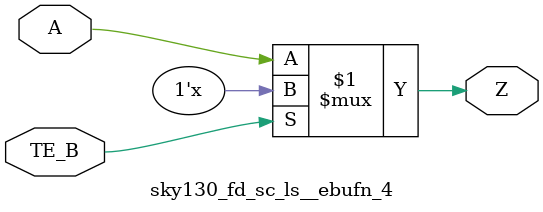
<source format=v>
/*
 * Copyright 2020 The SkyWater PDK Authors
 *
 * Licensed under the Apache License, Version 2.0 (the "License");
 * you may not use this file except in compliance with the License.
 * You may obtain a copy of the License at
 *
 *     https://www.apache.org/licenses/LICENSE-2.0
 *
 * Unless required by applicable law or agreed to in writing, software
 * distributed under the License is distributed on an "AS IS" BASIS,
 * WITHOUT WARRANTIES OR CONDITIONS OF ANY KIND, either express or implied.
 * See the License for the specific language governing permissions and
 * limitations under the License.
 *
 * SPDX-License-Identifier: Apache-2.0
*/


`ifndef SKY130_FD_SC_LS__EBUFN_4_FUNCTIONAL_V
`define SKY130_FD_SC_LS__EBUFN_4_FUNCTIONAL_V

/**
 * ebufn: Tri-state buffer, negative enable.
 *
 * Verilog simulation functional model.
 */

`timescale 1ns / 1ps
`default_nettype none

`celldefine
module sky130_fd_sc_ls__ebufn_4 (
    Z   ,
    A   ,
    TE_B
);

    // Module ports
    output Z   ;
    input  A   ;
    input  TE_B;

    //     Name     Output  Other arguments
    bufif0 bufif00 (Z     , A, TE_B        );

endmodule
`endcelldefine

`default_nettype wire
`endif  // SKY130_FD_SC_LS__EBUFN_4_FUNCTIONAL_V

</source>
